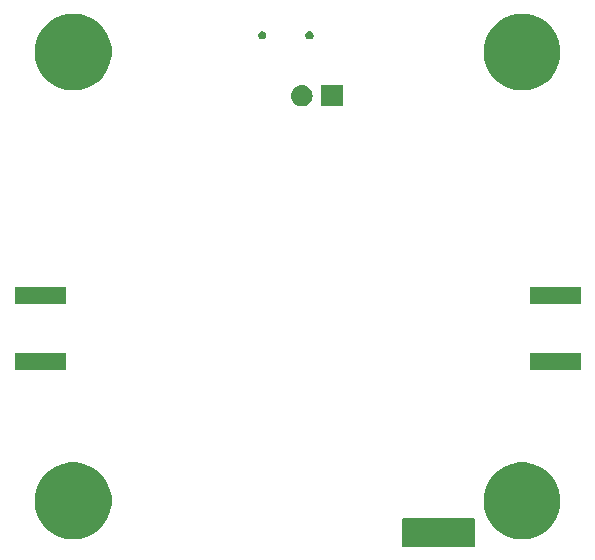
<source format=gbs>
G04 #@! TF.GenerationSoftware,KiCad,Pcbnew,(5.1.0)-1*
G04 #@! TF.CreationDate,2019-03-22T19:36:58+11:00*
G04 #@! TF.ProjectId,TRF37A75_Dev_Rev_0,54524633-3741-4373-955f-4465765f5265,rev?*
G04 #@! TF.SameCoordinates,Original*
G04 #@! TF.FileFunction,Soldermask,Bot*
G04 #@! TF.FilePolarity,Negative*
%FSLAX46Y46*%
G04 Gerber Fmt 4.6, Leading zero omitted, Abs format (unit mm)*
G04 Created by KiCad (PCBNEW (5.1.0)-1) date 2019-03-22 19:36:58*
%MOMM*%
%LPD*%
G04 APERTURE LIST*
%ADD10C,0.150000*%
%ADD11C,0.100000*%
G04 APERTURE END LIST*
D10*
G36*
X129925000Y-104550000D02*
G01*
X135925000Y-104550000D01*
X135925000Y-106800000D01*
X129925000Y-106800000D01*
X129925000Y-104550000D01*
G37*
X129925000Y-104550000D02*
X135925000Y-104550000D01*
X135925000Y-106800000D01*
X129925000Y-106800000D01*
X129925000Y-104550000D01*
D11*
G36*
X102529558Y-99790645D02*
G01*
X102948282Y-99873934D01*
X103539926Y-100119001D01*
X104072392Y-100474784D01*
X104525216Y-100927608D01*
X104880999Y-101460074D01*
X105126066Y-102051718D01*
X105126066Y-102051720D01*
X105251000Y-102679803D01*
X105251000Y-103320197D01*
X105209355Y-103529558D01*
X105126066Y-103948282D01*
X104880999Y-104539926D01*
X104525216Y-105072392D01*
X104072392Y-105525216D01*
X103539926Y-105880999D01*
X102948282Y-106126066D01*
X102529558Y-106209355D01*
X102320197Y-106251000D01*
X101679803Y-106251000D01*
X101470442Y-106209355D01*
X101051718Y-106126066D01*
X100460074Y-105880999D01*
X99927608Y-105525216D01*
X99474784Y-105072392D01*
X99119001Y-104539926D01*
X98873934Y-103948282D01*
X98790645Y-103529558D01*
X98749000Y-103320197D01*
X98749000Y-102679803D01*
X98873934Y-102051720D01*
X98873934Y-102051718D01*
X99119001Y-101460074D01*
X99474784Y-100927608D01*
X99927608Y-100474784D01*
X100460074Y-100119001D01*
X101051718Y-99873934D01*
X101470442Y-99790645D01*
X101679803Y-99749000D01*
X102320197Y-99749000D01*
X102529558Y-99790645D01*
X102529558Y-99790645D01*
G37*
G36*
X140529558Y-99790645D02*
G01*
X140948282Y-99873934D01*
X141539926Y-100119001D01*
X142072392Y-100474784D01*
X142525216Y-100927608D01*
X142880999Y-101460074D01*
X143126066Y-102051718D01*
X143126066Y-102051720D01*
X143251000Y-102679803D01*
X143251000Y-103320197D01*
X143209355Y-103529558D01*
X143126066Y-103948282D01*
X142880999Y-104539926D01*
X142525216Y-105072392D01*
X142072392Y-105525216D01*
X141539926Y-105880999D01*
X140948282Y-106126066D01*
X140529558Y-106209355D01*
X140320197Y-106251000D01*
X139679803Y-106251000D01*
X139470442Y-106209355D01*
X139051718Y-106126066D01*
X138460074Y-105880999D01*
X137927608Y-105525216D01*
X137474784Y-105072392D01*
X137119001Y-104539926D01*
X136873934Y-103948282D01*
X136790645Y-103529558D01*
X136749000Y-103320197D01*
X136749000Y-102679803D01*
X136873934Y-102051720D01*
X136873934Y-102051718D01*
X137119001Y-101460074D01*
X137474784Y-100927608D01*
X137927608Y-100474784D01*
X138460074Y-100119001D01*
X139051718Y-99873934D01*
X139470442Y-99790645D01*
X139679803Y-99749000D01*
X140320197Y-99749000D01*
X140529558Y-99790645D01*
X140529558Y-99790645D01*
G37*
G36*
X144961000Y-91951000D02*
G01*
X140659000Y-91951000D01*
X140659000Y-90499000D01*
X144961000Y-90499000D01*
X144961000Y-91951000D01*
X144961000Y-91951000D01*
G37*
G36*
X101351000Y-91951000D02*
G01*
X97049000Y-91951000D01*
X97049000Y-90499000D01*
X101351000Y-90499000D01*
X101351000Y-91951000D01*
X101351000Y-91951000D01*
G37*
G36*
X144961000Y-86301000D02*
G01*
X140659000Y-86301000D01*
X140659000Y-84849000D01*
X144961000Y-84849000D01*
X144961000Y-86301000D01*
X144961000Y-86301000D01*
G37*
G36*
X101351000Y-86301000D02*
G01*
X97049000Y-86301000D01*
X97049000Y-84849000D01*
X101351000Y-84849000D01*
X101351000Y-86301000D01*
X101351000Y-86301000D01*
G37*
G36*
X124801000Y-69601000D02*
G01*
X122999000Y-69601000D01*
X122999000Y-67799000D01*
X124801000Y-67799000D01*
X124801000Y-69601000D01*
X124801000Y-69601000D01*
G37*
G36*
X121492504Y-67807691D02*
G01*
X121536627Y-67812037D01*
X121706466Y-67863557D01*
X121739097Y-67880999D01*
X121862989Y-67947220D01*
X122000185Y-68059815D01*
X122112780Y-68197011D01*
X122141637Y-68251000D01*
X122196443Y-68353534D01*
X122247963Y-68523373D01*
X122265359Y-68700000D01*
X122247963Y-68876627D01*
X122196443Y-69046466D01*
X122196442Y-69046467D01*
X122112780Y-69202989D01*
X122000185Y-69340185D01*
X121862989Y-69452780D01*
X121758641Y-69508555D01*
X121706466Y-69536443D01*
X121536627Y-69587963D01*
X121492504Y-69592309D01*
X121404260Y-69601000D01*
X121315740Y-69601000D01*
X121227496Y-69592309D01*
X121183373Y-69587963D01*
X121013534Y-69536443D01*
X120961359Y-69508555D01*
X120857011Y-69452780D01*
X120719815Y-69340185D01*
X120607220Y-69202989D01*
X120523558Y-69046467D01*
X120523557Y-69046466D01*
X120472037Y-68876627D01*
X120454641Y-68700000D01*
X120472037Y-68523373D01*
X120523557Y-68353534D01*
X120578363Y-68251000D01*
X120607220Y-68197011D01*
X120719815Y-68059815D01*
X120857011Y-67947220D01*
X120980903Y-67880999D01*
X121013534Y-67863557D01*
X121183373Y-67812037D01*
X121227496Y-67807691D01*
X121315740Y-67799000D01*
X121404260Y-67799000D01*
X121492504Y-67807691D01*
X121492504Y-67807691D01*
G37*
G36*
X102529558Y-61790645D02*
G01*
X102948282Y-61873934D01*
X103539926Y-62119001D01*
X104072392Y-62474784D01*
X104525216Y-62927608D01*
X104880999Y-63460074D01*
X105126066Y-64051718D01*
X105126066Y-64051720D01*
X105251000Y-64679803D01*
X105251000Y-65320197D01*
X105209355Y-65529558D01*
X105126066Y-65948282D01*
X104880999Y-66539926D01*
X104525216Y-67072392D01*
X104072392Y-67525216D01*
X103539926Y-67880999D01*
X102948282Y-68126066D01*
X102591627Y-68197009D01*
X102320197Y-68251000D01*
X101679803Y-68251000D01*
X101408373Y-68197009D01*
X101051718Y-68126066D01*
X100460074Y-67880999D01*
X99927608Y-67525216D01*
X99474784Y-67072392D01*
X99119001Y-66539926D01*
X98873934Y-65948282D01*
X98790645Y-65529558D01*
X98749000Y-65320197D01*
X98749000Y-64679803D01*
X98873934Y-64051720D01*
X98873934Y-64051718D01*
X99119001Y-63460074D01*
X99474784Y-62927608D01*
X99927608Y-62474784D01*
X100460074Y-62119001D01*
X101051718Y-61873934D01*
X101470442Y-61790645D01*
X101679803Y-61749000D01*
X102320197Y-61749000D01*
X102529558Y-61790645D01*
X102529558Y-61790645D01*
G37*
G36*
X140529558Y-61790645D02*
G01*
X140948282Y-61873934D01*
X141539926Y-62119001D01*
X142072392Y-62474784D01*
X142525216Y-62927608D01*
X142880999Y-63460074D01*
X143126066Y-64051718D01*
X143126066Y-64051720D01*
X143251000Y-64679803D01*
X143251000Y-65320197D01*
X143209355Y-65529558D01*
X143126066Y-65948282D01*
X142880999Y-66539926D01*
X142525216Y-67072392D01*
X142072392Y-67525216D01*
X141539926Y-67880999D01*
X140948282Y-68126066D01*
X140591627Y-68197009D01*
X140320197Y-68251000D01*
X139679803Y-68251000D01*
X139408373Y-68197009D01*
X139051718Y-68126066D01*
X138460074Y-67880999D01*
X137927608Y-67525216D01*
X137474784Y-67072392D01*
X137119001Y-66539926D01*
X136873934Y-65948282D01*
X136790645Y-65529558D01*
X136749000Y-65320197D01*
X136749000Y-64679803D01*
X136873934Y-64051720D01*
X136873934Y-64051718D01*
X137119001Y-63460074D01*
X137474784Y-62927608D01*
X137927608Y-62474784D01*
X138460074Y-62119001D01*
X139051718Y-61873934D01*
X139470442Y-61790645D01*
X139679803Y-61749000D01*
X140320197Y-61749000D01*
X140529558Y-61790645D01*
X140529558Y-61790645D01*
G37*
G36*
X122102381Y-63242488D02*
G01*
X122102384Y-63242489D01*
X122102383Y-63242489D01*
X122166261Y-63268948D01*
X122223749Y-63307361D01*
X122272639Y-63356251D01*
X122311052Y-63413739D01*
X122330244Y-63460074D01*
X122337512Y-63477619D01*
X122351000Y-63545428D01*
X122351000Y-63614572D01*
X122337512Y-63682381D01*
X122337511Y-63682383D01*
X122311052Y-63746261D01*
X122272639Y-63803749D01*
X122223749Y-63852639D01*
X122166261Y-63891052D01*
X122113341Y-63912972D01*
X122102381Y-63917512D01*
X122034572Y-63931000D01*
X121965428Y-63931000D01*
X121897619Y-63917512D01*
X121886659Y-63912972D01*
X121833739Y-63891052D01*
X121776251Y-63852639D01*
X121727361Y-63803749D01*
X121688948Y-63746261D01*
X121662489Y-63682383D01*
X121662488Y-63682381D01*
X121649000Y-63614572D01*
X121649000Y-63545428D01*
X121662488Y-63477619D01*
X121669756Y-63460074D01*
X121688948Y-63413739D01*
X121727361Y-63356251D01*
X121776251Y-63307361D01*
X121833739Y-63268948D01*
X121897617Y-63242489D01*
X121897616Y-63242489D01*
X121897619Y-63242488D01*
X121965428Y-63229000D01*
X122034572Y-63229000D01*
X122102381Y-63242488D01*
X122102381Y-63242488D01*
G37*
G36*
X118102381Y-63242488D02*
G01*
X118102384Y-63242489D01*
X118102383Y-63242489D01*
X118166261Y-63268948D01*
X118223749Y-63307361D01*
X118272639Y-63356251D01*
X118311052Y-63413739D01*
X118330244Y-63460074D01*
X118337512Y-63477619D01*
X118351000Y-63545428D01*
X118351000Y-63614572D01*
X118337512Y-63682381D01*
X118337511Y-63682383D01*
X118311052Y-63746261D01*
X118272639Y-63803749D01*
X118223749Y-63852639D01*
X118166261Y-63891052D01*
X118113341Y-63912972D01*
X118102381Y-63917512D01*
X118034572Y-63931000D01*
X117965428Y-63931000D01*
X117897619Y-63917512D01*
X117886659Y-63912972D01*
X117833739Y-63891052D01*
X117776251Y-63852639D01*
X117727361Y-63803749D01*
X117688948Y-63746261D01*
X117662489Y-63682383D01*
X117662488Y-63682381D01*
X117649000Y-63614572D01*
X117649000Y-63545428D01*
X117662488Y-63477619D01*
X117669756Y-63460074D01*
X117688948Y-63413739D01*
X117727361Y-63356251D01*
X117776251Y-63307361D01*
X117833739Y-63268948D01*
X117897617Y-63242489D01*
X117897616Y-63242489D01*
X117897619Y-63242488D01*
X117965428Y-63229000D01*
X118034572Y-63229000D01*
X118102381Y-63242488D01*
X118102381Y-63242488D01*
G37*
M02*

</source>
